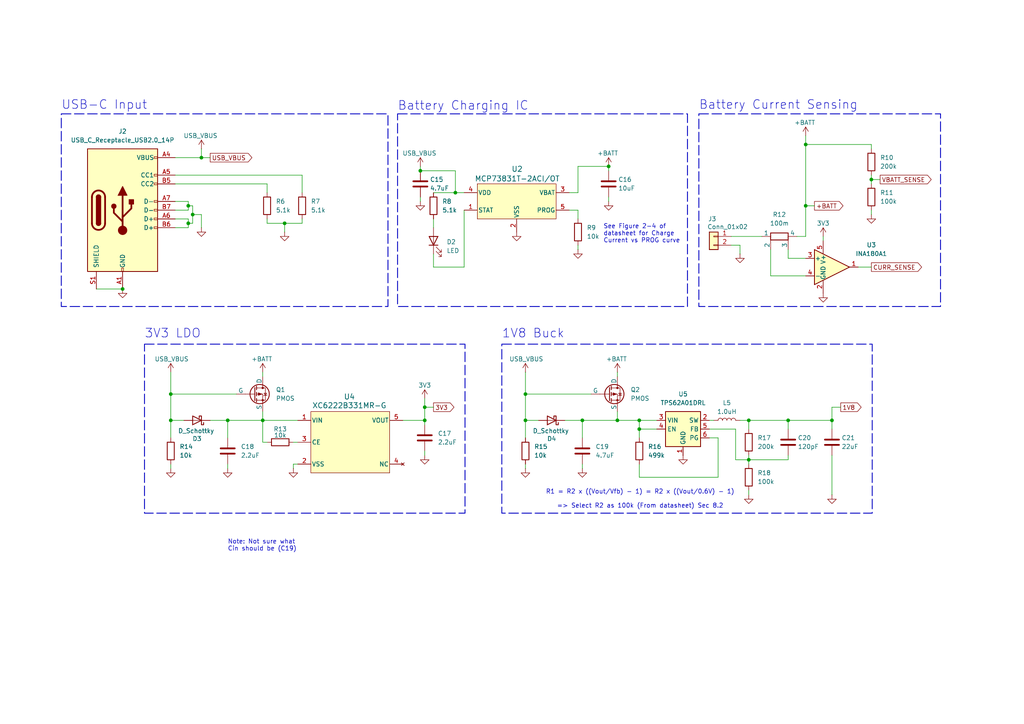
<source format=kicad_sch>
(kicad_sch (version 20250114) (generator "eeschema") (generator_version "9.0")
  (paper "A4")
  (lib_symbols
    (symbol "Amplifier_Current:INA180A1" (pin_names (offset 0.127))
      (property "Reference" "U" (at 3.81 3.81 0))
      (property "Value" "INA180A1" (at 3.81 -2.54 0))
      (symbol "INA180A1_0_1"
        (polyline (pts (xy 5.08 0) (xy -5.08 5.08) (xy -5.08 -5.08) (xy 5.08 0)) (stroke (width 0.254)) (fill (type background)))
      )
      (symbol "INA180A1_1_1"
        (pin input line (at -7.62 2.54 0) (length 2.54) (name "+") (number "3"))
        (pin input line (at -7.62 -2.54 0) (length 2.54) (name "-") (number "4"))
        (pin power_in line (at -2.54 7.62 270) (length 3.81) (name "V+") (number "5"))
        (pin power_in line (at -2.54 -7.62 90) (length 3.81) (name "GND") (number "2"))
        (pin output line (at 7.62 0 180) (length 2.54) (name "~") (number "1"))
      )
    )
    (symbol "Battery Manager:MCP73831T-2ACI_OT" (pin_names (offset 0.254))
      (property "Reference" "U" (at 15.24 6.35 0))
      (property "Value" "MCP73831T-2ACI/OT" (at 14.986 3.81 0))
      (symbol "MCP73831T-2ACI_OT_0_1"
        (rectangle (start 3.81 2.54) (end 26.67 -7.62) (fill (type background)))
        (pin unspecified line (at 0 0 0) (length 3.81) (name "VDD") (number "4"))
        (pin unspecified line (at 0 -5.08 0) (length 3.81) (name "STAT") (number "1"))
        (pin unspecified line (at 15.24 -11.43 90) (length 3.81) (name "VSS") (number "2"))
        (pin unspecified line (at 30.48 0 180) (length 3.81) (name "VBAT") (number "3"))
        (pin unspecified line (at 30.48 -5.08 180) (length 3.81) (name "PROG") (number "5"))
      )
    )
    (symbol "Connector:USB_C_Receptacle_USB2.0_14P" (pin_names (offset 1.016))
      (property "Reference" "J" (at 0 22.225 0))
      (property "Value" "USB_C_Receptacle_USB2.0_14P" (at 0 19.685 0))
      (symbol "USB_C_Receptacle_USB2.0_14P_0_0"
        (rectangle (start -0.254 -17.78) (end 0.254 -16.764))
        (rectangle (start 10.16 15.494) (end 9.144 14.986))
        (rectangle (start 10.16 10.414) (end 9.144 9.906))
        (rectangle (start 10.16 7.874) (end 9.144 7.366))
        (rectangle (start 10.16 2.794) (end 9.144 2.286))
        (rectangle (start 10.16 0.254) (end 9.144 -0.254))
        (rectangle (start 10.16 -2.286) (end 9.144 -2.794))
        (rectangle (start 10.16 -4.826) (end 9.144 -5.334))
      )
      (symbol "USB_C_Receptacle_USB2.0_14P_0_1"
        (rectangle (start -10.16 17.78) (end 10.16 -17.78) (stroke (width 0.254)) (fill (type background)))
        (polyline (pts (xy -8.89 -3.81) (xy -8.89 3.81)) (stroke (width 0.508)))
        (rectangle (start -7.62 -3.81) (end -6.35 3.81) (stroke (width 0.254)) (fill (type outline)))
        (arc (start -7.62 3.81) (mid -6.985 4.4423) (end -6.35 3.81) (stroke (width 0.254)))
        (arc (start -7.62 3.81) (mid -6.985 4.4423) (end -6.35 3.81) (stroke (width 0.254)) (fill (type outline)))
        (arc (start -8.89 3.81) (mid -6.985 5.7067) (end -5.08 3.81) (stroke (width 0.508)))
        (arc (start -5.08 -3.81) (mid -6.985 -5.7067) (end -8.89 -3.81) (stroke (width 0.508)))
        (arc (start -6.35 -3.81) (mid -6.985 -4.4423) (end -7.62 -3.81) (stroke (width 0.254)))
        (arc (start -6.35 -3.81) (mid -6.985 -4.4423) (end -7.62 -3.81) (stroke (width 0.254)) (fill (type outline)))
        (polyline (pts (xy -5.08 3.81) (xy -5.08 -3.81)) (stroke (width 0.508)))
        (circle (center -2.54 1.143) (radius 0.635) (stroke (width 0.254)) (fill (type outline)))
        (polyline (pts (xy -1.27 4.318) (xy 0 6.858) (xy 1.27 4.318) (xy -1.27 4.318)) (stroke (width 0.254)) (fill (type outline)))
        (polyline (pts (xy 0 -2.032) (xy 2.54 0.508) (xy 2.54 1.778)) (stroke (width 0.508)))
        (polyline (pts (xy 0 -3.302) (xy -2.54 -0.762) (xy -2.54 0.508)) (stroke (width 0.508)))
        (polyline (pts (xy 0 -5.842) (xy 0 4.318)) (stroke (width 0.508)))
        (circle (center 0 -5.842) (radius 1.27) (fill (type outline)))
        (rectangle (start 1.905 1.778) (end 3.175 3.048) (stroke (width 0.254)) (fill (type outline)))
      )
      (symbol "USB_C_Receptacle_USB2.0_14P_1_1"
        (pin passive line (at -7.62 -22.86 90) (length 5.08) (name "SHIELD") (number "S1"))
        (pin passive line (at 0 -22.86 90) (length 5.08) (name "GND") (number "A1"))
        (pin passive line (at 0 -22.86 90) (length 5.08) (hide yes) (name "GND") (number "A12"))
        (pin passive line (at 0 -22.86 90) (length 5.08) (hide yes) (name "GND") (number "B1"))
        (pin passive line (at 0 -22.86 90) (length 5.08) (hide yes) (name "GND") (number "B12"))
        (pin passive line (at 15.24 15.24 180) (length 5.08) (name "VBUS") (number "A4"))
        (pin passive line (at 15.24 15.24 180) (length 5.08) (hide yes) (name "VBUS") (number "A9"))
        (pin passive line (at 15.24 15.24 180) (length 5.08) (hide yes) (name "VBUS") (number "B4"))
        (pin passive line (at 15.24 15.24 180) (length 5.08) (hide yes) (name "VBUS") (number "B9"))
        (pin bidirectional line (at 15.24 10.16 180) (length 5.08) (name "CC1") (number "A5"))
        (pin bidirectional line (at 15.24 7.62 180) (length 5.08) (name "CC2") (number "B5"))
        (pin bidirectional line (at 15.24 2.54 180) (length 5.08) (name "D-") (number "A7"))
        (pin bidirectional line (at 15.24 0 180) (length 5.08) (name "D-") (number "B7"))
        (pin bidirectional line (at 15.24 -2.54 180) (length 5.08) (name "D+") (number "A6"))
        (pin bidirectional line (at 15.24 -5.08 180) (length 5.08) (name "D+") (number "B6"))
      )
    )
    (symbol "Connector_Generic:Conn_01x02" (pin_names (offset 1.016) (hide yes))
      (property "Reference" "J" (at 0 2.54 0))
      (property "Value" "Conn_01x02" (at 0 -5.08 0))
      (symbol "Conn_01x02_1_1"
        (rectangle (start -1.27 1.27) (end 1.27 -3.81) (stroke (width 0.254)) (fill (type background)))
        (rectangle (start -1.27 0.127) (end 0 -0.127) (stroke (width 0.1524)))
        (rectangle (start -1.27 -2.413) (end 0 -2.667) (stroke (width 0.1524)))
        (pin passive line (at -5.08 0 0) (length 3.81) (name "Pin_1") (number "1"))
        (pin passive line (at -5.08 -2.54 0) (length 3.81) (name "Pin_2") (number "2"))
      )
    )
    (symbol "Device:C" (pin_numbers (hide yes)) (pin_names (offset 0.254))
      (property "Reference" "C" (at 0.635 2.54 0))
      (property "Value" "C" (at 0.635 -2.54 0))
      (symbol "C_0_1"
        (polyline (pts (xy -2.032 0.762) (xy 2.032 0.762)) (stroke (width 0.508)))
        (polyline (pts (xy -2.032 -0.762) (xy 2.032 -0.762)) (stroke (width 0.508)))
      )
      (symbol "C_1_1"
        (pin passive line (at 0 3.81 270) (length 2.794) (name "~") (number "1"))
        (pin passive line (at 0 -3.81 90) (length 2.794) (name "~") (number "2"))
      )
    )
    (symbol "Device:D_Schottky" (pin_numbers (hide yes)) (pin_names (offset 1.016) (hide yes))
      (property "Reference" "D" (at 0 2.54 0))
      (property "Value" "D_Schottky" (at 0 -2.54 0))
      (symbol "D_Schottky_0_1"
        (polyline (pts (xy -1.905 0.635) (xy -1.905 1.27) (xy -1.27 1.27) (xy -1.27 -1.27) (xy -0.635 -1.27) (xy -0.635 -0.635)) (stroke (width 0.254)))
        (polyline (pts (xy 1.27 1.27) (xy 1.27 -1.27) (xy -1.27 0) (xy 1.27 1.27)) (stroke (width 0.254)))
        (polyline (pts (xy 1.27 0) (xy -1.27 0)))
      )
      (symbol "D_Schottky_1_1"
        (pin passive line (at -3.81 0 0) (length 2.54) (name "K") (number "1"))
        (pin passive line (at 3.81 0 180) (length 2.54) (name "A") (number "2"))
      )
    )
    (symbol "Device:L" (pin_numbers (hide yes)) (pin_names (offset 1.016) (hide yes))
      (property "Reference" "L" (at -1.27 0 90))
      (property "Value" "L" (at 1.905 0 90))
      (symbol "L_0_1"
        (arc (start 0 2.54) (mid 0.6323 1.905) (end 0 1.27))
        (arc (start 0 1.27) (mid 0.6323 0.635) (end 0 0))
        (arc (start 0 0) (mid 0.6323 -0.635) (end 0 -1.27))
        (arc (start 0 -1.27) (mid 0.6323 -1.905) (end 0 -2.54))
      )
      (symbol "L_1_1"
        (pin passive line (at 0 3.81 270) (length 1.27) (name "1") (number "1"))
        (pin passive line (at 0 -3.81 90) (length 1.27) (name "2") (number "2"))
      )
    )
    (symbol "Device:LED" (pin_numbers (hide yes)) (pin_names (offset 1.016) (hide yes))
      (property "Reference" "D" (at 0 2.54 0))
      (property "Value" "LED" (at 0 -2.54 0))
      (symbol "LED_0_1"
        (polyline (pts (xy -3.048 -0.762) (xy -4.572 -2.286) (xy -3.81 -2.286) (xy -4.572 -2.286) (xy -4.572 -1.524)))
        (polyline (pts (xy -1.778 -0.762) (xy -3.302 -2.286) (xy -2.54 -2.286) (xy -3.302 -2.286) (xy -3.302 -1.524)))
        (polyline (pts (xy -1.27 0) (xy 1.27 0)))
        (polyline (pts (xy -1.27 -1.27) (xy -1.27 1.27)) (stroke (width 0.254)))
        (polyline (pts (xy 1.27 -1.27) (xy 1.27 1.27) (xy -1.27 0) (xy 1.27 -1.27)) (stroke (width 0.254)))
      )
      (symbol "LED_1_1"
        (pin passive line (at -3.81 0 0) (length 2.54) (name "K") (number "1"))
        (pin passive line (at 3.81 0 180) (length 2.54) (name "A") (number "2"))
      )
    )
    (symbol "Device:R" (pin_numbers (hide yes)) (pin_names (offset 0))
      (property "Reference" "R" (at 2.032 0 90))
      (property "Value" "R" (at 0 0 90))
      (symbol "R_0_1"
        (rectangle (start -1.016 -2.54) (end 1.016 2.54) (stroke (width 0.254)))
      )
      (symbol "R_1_1"
        (pin passive line (at 0 3.81 270) (length 1.27) (name "~") (number "1"))
        (pin passive line (at 0 -3.81 90) (length 1.27) (name "~") (number "2"))
      )
    )
    (symbol "Device:R_Shunt" (pin_numbers (hide yes)) (pin_names (offset 0))
      (property "Reference" "R" (at -4.445 0 90))
      (property "Value" "R_Shunt" (at -2.54 0 90))
      (symbol "R_Shunt_0_1"
        (rectangle (start -1.016 -2.54) (end 1.016 2.54) (stroke (width 0.254)))
        (polyline (pts (xy 0 -2.54) (xy 1.27 -2.54)))
        (polyline (pts (xy 1.27 2.54) (xy 0 2.54)))
      )
      (symbol "R_Shunt_1_1"
        (pin passive line (at 0 5.08 270) (length 2.54) (name "1") (number "1"))
        (pin passive line (at 0 -5.08 90) (length 2.54) (name "4") (number "4"))
        (pin passive line (at 3.81 2.54 180) (length 2.54) (name "2") (number "2"))
        (pin passive line (at 3.81 -2.54 180) (length 2.54) (name "3") (number "3"))
      )
    )
    (symbol "LDO:XC6222B331MR-G" (pin_names (offset 0.254))
      (property "Reference" "U" (at 18.796 6.604 0))
      (property "Value" "XC6222B331MR-G" (at 19.304 4.064 0))
      (symbol "XC6222B331MR-G_0_1"
        (rectangle (start 7.62 2.54) (end 30.48 -15.24) (fill (type background)))
        (pin power_in line (at 3.81 0 0) (length 3.81) (name "VIN") (number "1"))
        (pin unspecified line (at 3.81 -6.35 0) (length 3.81) (name "CE") (number "3"))
        (pin power_out line (at 3.81 -12.7 0) (length 3.81) (name "VSS") (number "2"))
        (pin output line (at 34.29 0 180) (length 3.81) (name "VOUT") (number "5"))
        (pin no_connect line (at 34.29 -12.7 180) (length 3.81) (name "NC") (number "4"))
      )
    )
    (symbol "Regulator_Switching:TPS62A01DRL"
      (property "Reference" "U" (at -5.08 6.35 0))
      (property "Value" "TPS62A01DRL" (at 0 6.35 0))
      (symbol "TPS62A01DRL_0_1"
        (rectangle (start -5.08 5.08) (end 5.08 -5.08) (stroke (width 0.254)) (fill (type background)))
      )
      (symbol "TPS62A01DRL_1_1"
        (pin power_in line (at -7.62 2.54 0) (length 2.54) (name "VIN") (number "3"))
        (pin input line (at -7.62 0 0) (length 2.54) (name "EN") (number "4"))
        (pin power_in line (at 0 -7.62 90) (length 2.54) (name "GND") (number "1"))
        (pin power_out line (at 7.62 2.54 180) (length 2.54) (name "SW") (number "2"))
        (pin input line (at 7.62 0 180) (length 2.54) (name "FB") (number "5"))
        (pin open_collector line (at 7.62 -2.54 180) (length 2.54) (name "PG") (number "6"))
      )
    )
    (symbol "Simulation_SPICE:PMOS" (pin_numbers (hide yes)) (pin_names (offset 0))
      (property "Reference" "Q" (at 5.08 1.27 0))
      (property "Value" "PMOS" (at 5.08 -1.27 0))
      (symbol "PMOS_0_1"
        (polyline (pts (xy 0.254 1.905) (xy 0.254 -1.905)) (stroke (width 0.254)))
        (polyline (pts (xy 0.254 0) (xy -2.54 0)))
        (polyline (pts (xy 0.762 2.286) (xy 0.762 1.27)) (stroke (width 0.254)))
        (polyline (pts (xy 0.762 1.778) (xy 3.302 1.778) (xy 3.302 -1.778) (xy 0.762 -1.778)))
        (polyline (pts (xy 0.762 0.508) (xy 0.762 -0.508)) (stroke (width 0.254)))
        (polyline (pts (xy 0.762 -1.27) (xy 0.762 -2.286)) (stroke (width 0.254)))
        (circle (center 1.651 0) (radius 2.794) (stroke (width 0.254)))
        (polyline (pts (xy 2.286 0) (xy 1.27 0.381) (xy 1.27 -0.381) (xy 2.286 0)) (fill (type outline)))
        (polyline (pts (xy 2.54 2.54) (xy 2.54 1.778)))
        (circle (center 2.54 1.778) (radius 0.254) (fill (type outline)))
        (circle (center 2.54 -1.778) (radius 0.254) (fill (type outline)))
        (polyline (pts (xy 2.54 -2.54) (xy 2.54 0) (xy 0.762 0)))
        (polyline (pts (xy 2.794 -0.508) (xy 2.921 -0.381) (xy 3.683 -0.381) (xy 3.81 -0.254)))
        (polyline (pts (xy 3.302 -0.381) (xy 2.921 0.254) (xy 3.683 0.254) (xy 3.302 -0.381)))
      )
      (symbol "PMOS_1_1"
        (pin input line (at -5.08 0 0) (length 2.54) (name "G") (number "2"))
        (pin passive line (at 2.54 5.08 270) (length 2.54) (name "D") (number "1"))
        (pin passive line (at 2.54 -5.08 90) (length 2.54) (name "S") (number "3"))
      )
    )
    (symbol "power:+3V3" (power) (pin_numbers (hide yes)) (pin_names (offset 0) (hide yes))
      (property "Value" "+3V3" (at 0 3.556 0))
      (symbol "+3V3_0_1"
        (polyline (pts (xy -0.762 1.27) (xy 0 2.54)))
        (polyline (pts (xy 0 2.54) (xy 0.762 1.27)))
        (polyline (pts (xy 0 0) (xy 0 2.54)))
      )
      (symbol "+3V3_1_1"
        (pin power_in line (at 0 0 90) (length 0) (name "~") (number "1"))
      )
    )
    (symbol "power:GND" (power) (pin_numbers (hide yes)) (pin_names (offset 0) (hide yes))
      (property "Value" "GND" (at 0 -3.81 0))
      (symbol "GND_0_1"
        (polyline (pts (xy 0 0) (xy 0 -1.27) (xy 1.27 -1.27) (xy 0 -2.54) (xy -1.27 -1.27) (xy 0 -1.27)))
      )
      (symbol "GND_1_1"
        (pin power_in line (at 0 0 270) (length 0) (name "~") (number "1"))
      )
    )
    (symbol "power:VDD" (power) (pin_numbers (hide yes)) (pin_names (offset 0) (hide yes))
      (property "Value" "VDD" (at 0 3.556 0))
      (symbol "VDD_0_1"
        (polyline (pts (xy -0.762 1.27) (xy 0 2.54)))
        (polyline (pts (xy 0 2.54) (xy 0.762 1.27)))
        (polyline (pts (xy 0 0) (xy 0 2.54)))
      )
      (symbol "VDD_1_1"
        (pin power_in line (at 0 0 90) (length 0) (name "~") (number "1"))
      )
    )
  )
  (rectangle (start 41.91 99.822) (end 134.874 148.844) (stroke (width 0.254) (type dash)))
  (rectangle (start 115.316 33.02) (end 199.39 88.9) (stroke (width 0.254) (type dash)))
  (rectangle (start 145.542 99.822) (end 252.984 148.844) (stroke (width 0.254) (type dash)))
  (rectangle (start 17.78 33.02) (end 112.522 88.9) (stroke (width 0.254) (type dash)))
  (rectangle (start 202.692 33.02) (end 272.796 88.9) (stroke (width 0.254) (type dash)))
  (text "R1 = R2 x ((Vout/Vfb) - 1) = R2 x ((Vout/0.6V) - 1)\n\n=> Select R2 as 100k (From datasheet) Sec 8.2" (at 185.674 144.78 0) (effects (font (size 1.27 1.27))))
  (text "Note: Not sure what\nCin should be (C19)" (at 66.04 158.242 0) (effects (font (size 1.27 1.27)) (justify left)))
  (text "See Figure 2-4 of\ndatasheet for Charge\nCurrent vs PROG curve" (at 175.006 67.818 0) (effects (font (size 1.27 1.27)) (justify left)))
  (text "3V3 LDO" (at 41.91 98.298 0) (effects (font (size 2.54 2.54)) (justify left bottom)))
  (text "1V8 Buck" (at 145.542 98.298 0) (effects (font (size 2.54 2.54)) (justify left bottom)))
  (text "Battery Current Sensing" (at 202.692 32.004 0) (effects (font (size 2.54 2.54)) (justify left bottom)))
  (text "USB-C Input" (at 17.78 32.004 0) (effects (font (size 2.54 2.54)) (justify left bottom)))
  (text "Battery Charging IC" (at 115.316 32.258 0) (effects (font (size 2.54 2.54)) (justify left bottom)))
  (junction (at 152.4 114.3))
  (junction (at 217.17 133.35))
  (junction (at 54.61 64.77))
  (junction (at 66.04 121.92))
  (junction (at 54.61 59.69))
  (junction (at 176.53 48.26))
  (junction (at 76.2 121.92))
  (junction (at 121.92 49.53))
  (junction (at 132.08 55.88))
  (junction (at 123.19 121.92))
  (junction (at 49.53 121.92))
  (junction (at 233.68 41.91))
  (junction (at 168.91 121.92))
  (junction (at 35.56 83.82))
  (junction (at 152.4 121.92))
  (junction (at 233.68 59.69))
  (junction (at 82.55 64.77))
  (junction (at 123.19 118.11))
  (junction (at 241.3 121.92))
  (junction (at 185.42 121.92))
  (junction (at 49.53 114.3))
  (junction (at 228.6 121.92))
  (junction (at 252.73 52.07))
  (junction (at 179.07 121.92))
  (junction (at 58.42 45.72))
  (junction (at 185.42 124.46))
  (junction (at 55.88 62.23))
  (junction (at 217.17 121.92))
  (wire (pts (xy 58.42 62.23) (xy 58.42 66.04)))
  (wire (pts (xy 165.1 60.96) (xy 167.64 60.96)))
  (wire (pts (xy 55.88 64.77) (xy 54.61 64.77)))
  (wire (pts (xy 77.47 64.77) (xy 82.55 64.77)))
  (wire (pts (xy 228.6 133.35) (xy 228.6 132.08)))
  (wire (pts (xy 238.76 68.58) (xy 238.76 69.85)))
  (wire (pts (xy 58.42 45.72) (xy 58.42 43.18)))
  (wire (pts (xy 82.55 64.77) (xy 87.63 64.77)))
  (wire (pts (xy 185.42 121.92) (xy 190.5 121.92)))
  (wire (pts (xy 54.61 59.69) (xy 54.61 60.96)))
  (wire (pts (xy 66.04 121.92) (xy 66.04 127)))
  (wire (pts (xy 228.6 74.93) (xy 233.68 74.93)))
  (wire (pts (xy 233.68 59.69) (xy 236.22 59.69)))
  (wire (pts (xy 176.53 48.26) (xy 176.53 49.53)))
  (wire (pts (xy 185.42 134.62) (xy 185.42 138.43)))
  (wire (pts (xy 205.74 124.46) (xy 213.36 124.46)))
  (wire (pts (xy 228.6 121.92) (xy 228.6 124.46)))
  (wire (pts (xy 123.19 118.11) (xy 123.19 121.92)))
  (wire (pts (xy 241.3 132.08) (xy 241.3 143.51)))
  (wire (pts (xy 50.8 53.34) (xy 77.47 53.34)))
  (wire (pts (xy 123.19 115.57) (xy 123.19 118.11)))
  (wire (pts (xy 241.3 118.11) (xy 243.84 118.11)))
  (wire (pts (xy 123.19 118.11) (xy 125.73 118.11)))
  (wire (pts (xy 179.07 107.95) (xy 179.07 109.22)))
  (wire (pts (xy 213.36 124.46) (xy 213.36 133.35)))
  (wire (pts (xy 50.8 45.72) (xy 58.42 45.72)))
  (wire (pts (xy 76.2 128.27) (xy 77.47 128.27)))
  (wire (pts (xy 76.2 121.92) (xy 86.36 121.92)))
  (wire (pts (xy 85.09 134.62) (xy 85.09 135.89)))
  (wire (pts (xy 49.53 121.92) (xy 53.34 121.92)))
  (wire (pts (xy 66.04 121.92) (xy 76.2 121.92)))
  (wire (pts (xy 214.63 71.12) (xy 214.63 73.66)))
  (wire (pts (xy 132.08 55.88) (xy 134.62 55.88)))
  (wire (pts (xy 87.63 50.8) (xy 87.63 55.88)))
  (wire (pts (xy 252.73 50.8) (xy 252.73 52.07)))
  (wire (pts (xy 82.55 64.77) (xy 82.55 67.31)))
  (wire (pts (xy 152.4 114.3) (xy 171.45 114.3)))
  (wire (pts (xy 55.88 59.69) (xy 55.88 62.23)))
  (wire (pts (xy 212.09 71.12) (xy 214.63 71.12)))
  (wire (pts (xy 49.53 107.95) (xy 49.53 114.3)))
  (wire (pts (xy 217.17 121.92) (xy 217.17 124.46)))
  (wire (pts (xy 217.17 132.08) (xy 217.17 133.35)))
  (wire (pts (xy 27.94 83.82) (xy 35.56 83.82)))
  (wire (pts (xy 231.14 68.58) (xy 233.68 68.58)))
  (wire (pts (xy 233.68 41.91) (xy 233.68 59.69)))
  (wire (pts (xy 167.64 48.26) (xy 176.53 48.26)))
  (wire (pts (xy 125.73 73.66) (xy 125.73 77.47)))
  (wire (pts (xy 252.73 52.07) (xy 255.27 52.07)))
  (wire (pts (xy 50.8 50.8) (xy 87.63 50.8)))
  (wire (pts (xy 167.64 60.96) (xy 167.64 63.5)))
  (wire (pts (xy 54.61 59.69) (xy 55.88 59.69)))
  (wire (pts (xy 241.3 121.92) (xy 241.3 124.46)))
  (wire (pts (xy 125.73 63.5) (xy 125.73 66.04)))
  (wire (pts (xy 152.4 121.92) (xy 156.21 121.92)))
  (wire (pts (xy 58.42 45.72) (xy 60.96 45.72)))
  (wire (pts (xy 228.6 121.92) (xy 241.3 121.92)))
  (wire (pts (xy 85.09 128.27) (xy 86.36 128.27)))
  (wire (pts (xy 76.2 121.92) (xy 76.2 119.38)))
  (wire (pts (xy 233.68 41.91) (xy 252.73 41.91)))
  (wire (pts (xy 121.92 48.26) (xy 121.92 49.53)))
  (wire (pts (xy 212.09 68.58) (xy 220.98 68.58)))
  (wire (pts (xy 55.88 62.23) (xy 55.88 64.77)))
  (wire (pts (xy 217.17 142.24) (xy 217.17 143.51)))
  (wire (pts (xy 252.73 52.07) (xy 252.73 53.34)))
  (wire (pts (xy 179.07 121.92) (xy 179.07 119.38)))
  (wire (pts (xy 190.5 124.46) (xy 185.42 124.46)))
  (wire (pts (xy 50.8 58.42) (xy 54.61 58.42)))
  (wire (pts (xy 167.64 55.88) (xy 167.64 48.26)))
  (wire (pts (xy 49.53 114.3) (xy 49.53 121.92)))
  (wire (pts (xy 214.63 121.92) (xy 217.17 121.92)))
  (wire (pts (xy 152.4 107.95) (xy 152.4 114.3)))
  (wire (pts (xy 125.73 55.88) (xy 132.08 55.88)))
  (wire (pts (xy 134.62 77.47) (xy 134.62 60.96)))
  (wire (pts (xy 125.73 77.47) (xy 134.62 77.47)))
  (wire (pts (xy 168.91 121.92) (xy 179.07 121.92)))
  (wire (pts (xy 123.19 121.92) (xy 123.19 123.19)))
  (wire (pts (xy 55.88 62.23) (xy 58.42 62.23)))
  (wire (pts (xy 185.42 124.46) (xy 185.42 121.92)))
  (wire (pts (xy 205.74 127) (xy 208.28 127)))
  (wire (pts (xy 50.8 63.5) (xy 54.61 63.5)))
  (wire (pts (xy 77.47 53.34) (xy 77.47 55.88)))
  (wire (pts (xy 49.53 134.62) (xy 49.53 135.89)))
  (wire (pts (xy 205.74 121.92) (xy 207.01 121.92)))
  (wire (pts (xy 252.73 60.96) (xy 252.73 62.23)))
  (wire (pts (xy 76.2 121.92) (xy 76.2 128.27)))
  (wire (pts (xy 152.4 134.62) (xy 152.4 135.89)))
  (wire (pts (xy 116.84 121.92) (xy 123.19 121.92)))
  (wire (pts (xy 163.83 121.92) (xy 168.91 121.92)))
  (wire (pts (xy 152.4 121.92) (xy 152.4 127)))
  (wire (pts (xy 223.52 72.39) (xy 223.52 80.01)))
  (wire (pts (xy 252.73 43.18) (xy 252.73 41.91)))
  (wire (pts (xy 86.36 134.62) (xy 85.09 134.62)))
  (wire (pts (xy 176.53 57.15) (xy 176.53 58.42)))
  (wire (pts (xy 121.92 57.15) (xy 121.92 58.42)))
  (wire (pts (xy 179.07 121.92) (xy 185.42 121.92)))
  (wire (pts (xy 217.17 121.92) (xy 228.6 121.92)))
  (wire (pts (xy 185.42 138.43) (xy 208.28 138.43)))
  (wire (pts (xy 241.3 118.11) (xy 241.3 121.92)))
  (wire (pts (xy 213.36 133.35) (xy 217.17 133.35)))
  (wire (pts (xy 123.19 130.81) (xy 123.19 132.08)))
  (wire (pts (xy 54.61 58.42) (xy 54.61 59.69)))
  (wire (pts (xy 76.2 107.95) (xy 76.2 109.22)))
  (wire (pts (xy 54.61 64.77) (xy 54.61 66.04)))
  (wire (pts (xy 168.91 121.92) (xy 168.91 127)))
  (wire (pts (xy 223.52 80.01) (xy 233.68 80.01)))
  (wire (pts (xy 165.1 55.88) (xy 167.64 55.88)))
  (wire (pts (xy 49.53 121.92) (xy 49.53 127)))
  (wire (pts (xy 87.63 64.77) (xy 87.63 63.5)))
  (wire (pts (xy 217.17 133.35) (xy 217.17 134.62)))
  (wire (pts (xy 50.8 60.96) (xy 54.61 60.96)))
  (wire (pts (xy 121.92 49.53) (xy 132.08 49.53)))
  (wire (pts (xy 50.8 66.04) (xy 54.61 66.04)))
  (wire (pts (xy 248.92 77.47) (xy 252.73 77.47)))
  (wire (pts (xy 152.4 114.3) (xy 152.4 121.92)))
  (wire (pts (xy 217.17 133.35) (xy 228.6 133.35)))
  (wire (pts (xy 49.53 114.3) (xy 68.58 114.3)))
  (wire (pts (xy 233.68 59.69) (xy 233.68 68.58)))
  (wire (pts (xy 60.96 121.92) (xy 66.04 121.92)))
  (wire (pts (xy 167.64 72.39) (xy 167.64 71.12)))
  (wire (pts (xy 77.47 63.5) (xy 77.47 64.77)))
  (wire (pts (xy 185.42 124.46) (xy 185.42 127)))
  (wire (pts (xy 168.91 134.62) (xy 168.91 135.89)))
  (wire (pts (xy 66.04 134.62) (xy 66.04 135.89)))
  (wire (pts (xy 132.08 49.53) (xy 132.08 55.88)))
  (wire (pts (xy 208.28 127) (xy 208.28 138.43)))
  (wire (pts (xy 54.61 63.5) (xy 54.61 64.77)))
  (wire (pts (xy 233.68 39.37) (xy 233.68 41.91)))
  (wire (pts (xy 228.6 72.39) (xy 228.6 74.93)))
  (global_label "VBATT_SENSE" (shape output) (at 255.27 52.07 0) (property "Intersheetrefs" "${INTERSHEET_REFS}" (effects (hide yes))))
  (global_label "1V8" (shape output) (at 243.84 118.11 0) (property "Intersheetrefs" "${INTERSHEET_REFS}" (effects (hide yes))))
  (global_label "CURR_SENSE" (shape output) (at 252.73 77.47 0) (property "Intersheetrefs" "${INTERSHEET_REFS}" (effects (hide yes))))
  (global_label "USB_VBUS" (shape output) (at 60.96 45.72 0) (property "Intersheetrefs" "${INTERSHEET_REFS}" (effects (hide yes))))
  (global_label "+BATT" (shape output) (at 236.22 59.69 0) (property "Intersheetrefs" "${INTERSHEET_REFS}" (effects (hide yes))))
  (global_label "3V3" (shape output) (at 125.73 118.11 0) (property "Intersheetrefs" "${INTERSHEET_REFS}" (effects (hide yes))))
  (symbol (lib_id "power:GND") (at 121.92 58.42 0) (unit 1)
    (property "Reference" "#PWR?" (effects (hide yes)))
    (property "Value" "GND" (effects (hide yes)))
    (property "Description" "Power symbol creates a global label with name \"GND\" , ground" (effects (hide yes)))
  )
  (symbol (lib_id "Device:R_Shunt") (at 226.06 68.58 90) (mirror x) (unit 1)
    (property "Reference" "R12" (at 226.06 62.23 90))
    (property "Value" "100m" (at 226.06 64.77 90))
    (property "Description" "Shunt resistor" (effects (hide yes)))
  )
  (symbol (lib_id "Device:R") (at 87.63 59.69 0) (unit 1)
    (property "Reference" "R7" (at 90.17 58.4199 0) (effects (justify left)))
    (property "Value" "5.1k" (at 90.17 60.9599 0) (effects (justify left)))
    (property "Description" "Resistor" (effects (hide yes)))
  )
  (symbol (lib_id "Connector_Generic:Conn_01x02") (at 207.01 68.58 0) (mirror y) (unit 1)
    (property "Reference" "J3" (at 207.772 63.5 0) (effects (justify left)))
    (property "Value" "Conn_01x02" (at 216.916 65.786 0) (effects (justify left)))
    (property "Description" "Generic connector, single row, 01x02, script generated (kicad-library-utils/schlib/autogen/connector/)" (effects (hide yes)))
  )
  (symbol (lib_id "Device:C") (at 121.92 53.34 0) (unit 1)
    (property "Reference" "C15" (at 124.714 52.07 0) (effects (justify left)))
    (property "Value" "4.7uF" (at 124.714 54.61 0) (effects (justify left)))
    (property "Description" "Unpolarized capacitor" (effects (hide yes)))
  )
  (symbol (lib_id "Device:C") (at 66.04 130.81 0) (unit 1)
    (property "Reference" "C18" (at 69.85 129.5399 0) (effects (justify left)))
    (property "Value" "2.2uF" (at 69.85 132.0799 0) (effects (justify left)))
    (property "Description" "Unpolarized capacitor" (effects (hide yes)))
  )
  (symbol (lib_id "Device:R") (at 167.64 67.31 0) (unit 1)
    (property "Reference" "R9" (at 170.18 66.0399 0) (effects (justify left)))
    (property "Value" "10k" (at 170.18 68.5799 0) (effects (justify left)))
    (property "Description" "Resistor" (effects (hide yes)))
  )
  (symbol (lib_id "power:GND") (at 176.53 58.42 0) (unit 1)
    (property "Reference" "#PWR?" (effects (hide yes)))
    (property "Value" "GND" (effects (hide yes)))
    (property "Description" "Power symbol creates a global label with name \"GND\" , ground" (effects (hide yes)))
  )
  (symbol (lib_id "power:GND") (at 123.19 132.08 0) (unit 1)
    (property "Reference" "#PWR?" (effects (hide yes)))
    (property "Value" "GND" (effects (hide yes)))
    (property "Description" "Power symbol creates a global label with name \"GND\" , ground" (effects (hide yes)))
  )
  (symbol (lib_id "power:GND") (at 241.3 143.51 0) (unit 1)
    (property "Reference" "#PWR?" (effects (hide yes)))
    (property "Value" "GND" (effects (hide yes)))
    (property "Description" "Power symbol creates a global label with name \"GND\" , ground" (effects (hide yes)))
  )
  (symbol (lib_id "Simulation_SPICE:PMOS") (at 176.53 114.3 0) (unit 1)
    (property "Reference" "Q2" (at 182.88 113.0299 0) (effects (justify left)))
    (property "Value" "PMOS" (at 182.88 115.5699 0) (effects (justify left)))
    (property "Datasheet" "https://ngspice.sourceforge.io/docs/ngspice-html-manual/manual.xhtml#cha_MOSFETs" (effects (hide yes)))
    (property "Description" "P-MOSFET transistor, drain/source/gate" (effects (hide yes)))
    (property "Sim.Device" "PMOS" (effects (hide yes)))
    (property "Sim.Type" "VDMOS" (effects (hide yes)))
    (property "Sim.Pins" "1=D 2=G 3=S" (effects (hide yes)))
  )
  (symbol (lib_id "Device:R") (at 185.42 130.81 0) (unit 1)
    (property "Reference" "R16" (at 187.96 129.5399 0) (effects (justify left)))
    (property "Value" "499k" (at 187.96 132.0799 0) (effects (justify left)))
    (property "Description" "Resistor" (effects (hide yes)))
  )
  (symbol (lib_id "power:GND") (at 58.42 66.04 0) (unit 1)
    (property "Reference" "#PWR029" (effects (hide yes)))
    (property "Value" "GND" (effects (hide yes)))
    (property "Description" "Power symbol creates a global label with name \"GND\" , ground" (effects (hide yes)))
  )
  (symbol (lib_id "Device:L") (at 210.82 121.92 90) (unit 1)
    (property "Reference" "L5" (at 210.82 116.84 90))
    (property "Value" "1.0uH" (at 210.82 119.38 90))
    (property "Description" "Inductor" (effects (hide yes)))
  )
  (symbol (lib_id "Device:R") (at 252.73 57.15 0) (unit 1)
    (property "Reference" "R11" (at 255.27 55.8799 0) (effects (justify left)))
    (property "Value" "100k" (at 255.27 58.4199 0) (effects (justify left)))
    (property "Description" "Resistor" (effects (hide yes)))
  )
  (symbol (lib_id "power:+3V3") (at 121.92 48.26 0) (unit 1)
    (property "Reference" "#PWR?" (effects (hide yes)))
    (property "Value" "USB_VBUS" (at 121.666 44.45 0))
    (property "Description" "Power symbol creates a global label with name \"+3V3\"" (effects (hide yes)))
  )
  (symbol (lib_id "Battery Manager:MCP73831T-2ACI_OT") (at 134.62 55.88 0) (unit 1)
    (property "Reference" "U2" (at 148.336 49.022 0) (effects (font (size 1.524 1.524)) (justify left)))
    (property "Value" "MCP73831T-2ACI/OT" (at 137.668 51.816 0) (effects (font (size 1.524 1.524)) (justify left)))
    (property "Footprint" "SOT-23-5_MC_MCH" (effects (hide yes)))
    (property "Datasheet" "https://ww1.microchip.com/downloads/aemDocuments/documents/APID/ProductDocuments/DataSheets/MCP73831-Family-Data-Sheet-DS20001984H.pdf" (effects (hide yes)))
  )
  (symbol (lib_id "Device:R") (at 77.47 59.69 0) (unit 1)
    (property "Reference" "R6" (at 80.01 58.4199 0) (effects (justify left)))
    (property "Value" "5.1k" (at 80.01 60.9599 0) (effects (justify left)))
    (property "Description" "Resistor" (effects (hide yes)))
  )
  (symbol (lib_id "power:+3V3") (at 233.68 39.37 0) (unit 1)
    (property "Reference" "#PWR?" (effects (hide yes)))
    (property "Value" "+BATT" (at 233.426 35.56 0))
    (property "Description" "Power symbol creates a global label with name \"+3V3\"" (effects (hide yes)))
  )
  (symbol (lib_id "Device:R") (at 152.4 130.81 180) (unit 1)
    (property "Reference" "R15" (at 154.94 129.5399 0) (effects (justify right)))
    (property "Value" "10k" (at 154.94 132.0799 0) (effects (justify right)))
    (property "Description" "Resistor" (effects (hide yes)))
  )
  (symbol (lib_id "Regulator_Switching:TPS62A01DRL") (at 198.12 124.46 0) (unit 1)
    (property "Reference" "U5" (at 198.12 114.3 0))
    (property "Value" "TPS62A01DRL" (at 198.12 116.84 0))
    (property "Footprint" "Package_TO_SOT_SMD:SOT-563" (effects (hide yes)))
    (property "Datasheet" "https://www.ti.com/lit/gpn/tps62a01" (effects (hide yes)))
    (property "Description" "High Efficiency Synchronous Buck Converter, Adjustable Output 0.6V-5.5V, 1A, Power Good, Enable, SOT-563" (effects (hide yes)))
  )
  (symbol (lib_id "Amplifier_Current:INA180A1") (at 241.3 77.47 0) (unit 1)
    (property "Reference" "U3" (at 252.73 71.0498 0))
    (property "Value" "INA180A1" (at 252.73 73.5898 0))
    (property "Footprint" "Package_TO_SOT_SMD:SOT-23-5" (effects (hide yes)))
    (property "Datasheet" "http://www.ti.com/lit/ds/symlink/ina180.pdf" (effects (hide yes)))
    (property "Description" "Current Sense Amplifier, 1 Circuit, Rail-to-Rail, 26V, Gain 20 V/V, SOT-23-5" (effects (hide yes)))
  )
  (symbol (lib_id "power:GND") (at 217.17 143.51 0) (unit 1)
    (property "Reference" "#PWR?" (effects (hide yes)))
    (property "Value" "GND" (effects (hide yes)))
    (property "Description" "Power symbol creates a global label with name \"GND\" , ground" (effects (hide yes)))
  )
  (symbol (lib_id "Device:C") (at 168.91 130.81 0) (unit 1)
    (property "Reference" "C19" (at 172.72 129.5399 0) (effects (justify left)))
    (property "Value" "4.7uF" (at 172.72 132.0799 0) (effects (justify left)))
    (property "Description" "Unpolarized capacitor" (effects (hide yes)))
  )
  (symbol (lib_id "power:VDD") (at 152.4 107.95 0) (unit 1)
    (property "Reference" "#PWR?" (effects (hide yes)))
    (property "Value" "USB_VBUS" (at 152.654 104.14 0))
    (property "Description" "Power symbol creates a global label with name \"VDD\"" (effects (hide yes)))
  )
  (symbol (lib_id "LDO:XC6222B331MR-G") (at 82.55 121.92 0) (unit 1)
    (property "Reference" "U4" (at 101.346 115.062 0) (effects (font (size 1.524 1.524))))
    (property "Value" "XC6222B331MR-G" (at 101.346 117.602 0) (effects (font (size 1.524 1.524))))
    (property "Footprint" "SOT-25_TOR" (effects (hide yes)))
    (property "Datasheet" "https://ww1.microchip.com/downloads/aemDocuments/documents/APID/ProductDocuments/DataSheets/MCP73831-Family-Data-Sheet-DS20001984H.pdf" (effects (hide yes)))
  )
  (symbol (lib_id "power:GND") (at 168.91 135.89 0) (unit 1)
    (property "Reference" "#PWR?" (effects (hide yes)))
    (property "Value" "GND" (effects (hide yes)))
    (property "Description" "Power symbol creates a global label with name \"GND\" , ground" (effects (hide yes)))
  )
  (symbol (lib_id "power:VDD") (at 123.19 115.57 0) (unit 1)
    (property "Reference" "#PWR?" (effects (hide yes)))
    (property "Value" "3V3" (at 123.19 111.76 0))
    (property "Description" "Power symbol creates a global label with name \"VDD\"" (effects (hide yes)))
  )
  (symbol (lib_id "power:GND") (at 35.56 83.82 0) (unit 1)
    (property "Reference" "#PWR?" (effects (hide yes)))
    (property "Value" "GND" (effects (hide yes)))
    (property "Description" "Power symbol creates a global label with name \"GND\" , ground" (effects (hide yes)))
  )
  (symbol (lib_id "Device:C") (at 176.53 53.34 0) (unit 1)
    (property "Reference" "C16" (at 179.324 52.07 0) (effects (justify left)))
    (property "Value" "10uF" (at 179.324 54.61 0) (effects (justify left)))
    (property "Description" "Unpolarized capacitor" (effects (hide yes)))
  )
  (symbol (lib_id "Device:LED") (at 125.73 69.85 90) (unit 1)
    (property "Reference" "D2" (at 129.54 70.1674 90) (effects (justify right)))
    (property "Value" "LED" (at 129.54 72.7074 90) (effects (justify right)))
    (property "Description" "Light emitting diode" (effects (hide yes)))
    (property "Sim.Pins" "1=K 2=A" (effects (hide yes)))
  )
  (symbol (lib_id "power:GND") (at 252.73 62.23 0) (mirror y) (unit 1)
    (property "Reference" "#PWR?" (effects (hide yes)))
    (property "Value" "GND" (effects (hide yes)))
    (property "Description" "Power symbol creates a global label with name \"GND\" , ground" (effects (hide yes)))
  )
  (symbol (lib_id "Device:R") (at 125.73 59.69 0) (unit 1)
    (property "Reference" "R8" (at 128.27 58.4199 0) (effects (justify left)))
    (property "Value" "5.1k" (at 128.27 60.9599 0) (effects (justify left)))
    (property "Description" "Resistor" (effects (hide yes)))
  )
  (symbol (lib_id "power:+3V3") (at 58.42 43.18 0) (unit 1)
    (property "Reference" "#PWR?" (effects (hide yes)))
    (property "Value" "USB_VBUS" (at 58.166 39.37 0))
    (property "Description" "Power symbol creates a global label with name \"+3V3\"" (effects (hide yes)))
  )
  (symbol (lib_id "Device:C") (at 241.3 128.27 0) (unit 1)
    (property "Reference" "C21" (at 244.094 127 0) (effects (justify left)))
    (property "Value" "22uF" (at 244.094 129.54 0) (effects (justify left)))
    (property "Description" "Unpolarized capacitor" (effects (hide yes)))
  )
  (symbol (lib_id "power:GND") (at 66.04 135.89 0) (unit 1)
    (property "Reference" "#PWR?" (effects (hide yes)))
    (property "Value" "GND" (effects (hide yes)))
    (property "Description" "Power symbol creates a global label with name \"GND\" , ground" (effects (hide yes)))
  )
  (symbol (lib_id "power:GND") (at 238.76 85.09 0) (mirror y) (unit 1)
    (property "Reference" "#PWR?" (effects (hide yes)))
    (property "Value" "GND" (effects (hide yes)))
    (property "Description" "Power symbol creates a global label with name \"GND\" , ground" (effects (hide yes)))
  )
  (symbol (lib_id "power:GND") (at 214.63 73.66 0) (mirror y) (unit 1)
    (property "Reference" "#PWR?" (effects (hide yes)))
    (property "Value" "GND" (effects (hide yes)))
    (property "Description" "Power symbol creates a global label with name \"GND\" , ground" (effects (hide yes)))
  )
  (symbol (lib_id "power:VDD") (at 76.2 107.95 0) (unit 1)
    (property "Reference" "#PWR?" (effects (hide yes)))
    (property "Value" "+BATT" (at 75.946 104.14 0))
    (property "Description" "Power symbol creates a global label with name \"VDD\"" (effects (hide yes)))
  )
  (symbol (lib_id "Device:R") (at 217.17 138.43 0) (unit 1)
    (property "Reference" "R18" (at 219.71 137.1599 0) (effects (justify left)))
    (property "Value" "100k" (at 219.71 139.6999 0) (effects (justify left)))
    (property "Description" "Resistor" (effects (hide yes)))
  )
  (symbol (lib_id "power:VDD") (at 49.53 107.95 0) (unit 1)
    (property "Reference" "#PWR?" (effects (hide yes)))
    (property "Value" "USB_VBUS" (at 49.784 104.14 0))
    (property "Description" "Power symbol creates a global label with name \"VDD\"" (effects (hide yes)))
  )
  (symbol (lib_id "Device:C") (at 228.6 128.27 0) (unit 1)
    (property "Reference" "C20" (at 231.394 127 0) (effects (justify left)))
    (property "Value" "120pF" (at 231.394 129.54 0) (effects (justify left)))
    (property "Description" "Unpolarized capacitor" (effects (hide yes)))
  )
  (symbol (lib_id "Device:D_Schottky") (at 57.15 121.92 180) (unit 1)
    (property "Reference" "D3" (at 57.15 127.254 0))
    (property "Value" "D_Schottky" (at 56.896 124.968 0))
    (property "Description" "Schottky diode" (effects (hide yes)))
  )
  (symbol (lib_id "power:GND") (at 85.09 135.89 0) (unit 1)
    (property "Reference" "#PWR?" (effects (hide yes)))
    (property "Value" "GND" (effects (hide yes)))
    (property "Description" "Power symbol creates a global label with name \"GND\" , ground" (effects (hide yes)))
  )
  (symbol (lib_id "power:+3V3") (at 176.53 48.26 0) (unit 1)
    (property "Reference" "#PWR?" (effects (hide yes)))
    (property "Value" "+BATT" (at 176.276 44.45 0))
    (property "Description" "Power symbol creates a global label with name \"+3V3\"" (effects (hide yes)))
  )
  (symbol (lib_id "Connector:USB_C_Receptacle_USB2.0_14P") (at 35.56 60.96 0) (unit 1)
    (property "Reference" "J2" (at 35.56 38.1 0))
    (property "Value" "USB_C_Receptacle_USB2.0_14P" (at 35.56 40.64 0))
    (property "Datasheet" "https://www.usb.org/sites/default/files/documents/usb_type-c.zip" (effects (hide yes)))
    (property "Description" "USB 2.0-only 14P Type-C Receptacle connector" (effects (hide yes)))
  )
  (symbol (lib_id "power:GND") (at 82.55 67.31 0) (unit 1)
    (property "Reference" "#PWR?" (effects (hide yes)))
    (property "Value" "GND" (effects (hide yes)))
    (property "Description" "Power symbol creates a global label with name \"GND\" , ground" (effects (hide yes)))
  )
  (symbol (lib_id "power:GND") (at 49.53 135.89 0) (unit 1)
    (property "Reference" "#PWR?" (effects (hide yes)))
    (property "Value" "GND" (effects (hide yes)))
    (property "Description" "Power symbol creates a global label with name \"GND\" , ground" (effects (hide yes)))
  )
  (symbol (lib_id "power:VDD") (at 238.76 68.58 0) (unit 1)
    (property "Reference" "#PWR?" (effects (hide yes)))
    (property "Value" "3V3" (at 238.76 64.77 0))
    (property "Description" "Power symbol creates a global label with name \"VDD\"" (effects (hide yes)))
  )
  (symbol (lib_id "power:GND") (at 152.4 135.89 0) (unit 1)
    (property "Reference" "#PWR?" (effects (hide yes)))
    (property "Value" "GND" (effects (hide yes)))
    (property "Description" "Power symbol creates a global label with name \"GND\" , ground" (effects (hide yes)))
  )
  (symbol (lib_id "Simulation_SPICE:PMOS") (at 73.66 114.3 0) (unit 1)
    (property "Reference" "Q1" (at 80.01 113.0299 0) (effects (justify left)))
    (property "Value" "PMOS" (at 80.01 115.5699 0) (effects (justify left)))
    (property "Datasheet" "https://ngspice.sourceforge.io/docs/ngspice-html-manual/manual.xhtml#cha_MOSFETs" (effects (hide yes)))
    (property "Description" "P-MOSFET transistor, drain/source/gate" (effects (hide yes)))
    (property "Sim.Device" "PMOS" (effects (hide yes)))
    (property "Sim.Type" "VDMOS" (effects (hide yes)))
    (property "Sim.Pins" "1=D 2=G 3=S" (effects (hide yes)))
  )
  (symbol (lib_id "power:GND") (at 167.64 72.39 0) (unit 1)
    (property "Reference" "#PWR?" (effects (hide yes)))
    (property "Value" "GND" (effects (hide yes)))
    (property "Description" "Power symbol creates a global label with name \"GND\" , ground" (effects (hide yes)))
  )
  (symbol (lib_id "power:VDD") (at 179.07 107.95 0) (unit 1)
    (property "Reference" "#PWR?" (effects (hide yes)))
    (property "Value" "+BATT" (at 178.816 104.14 0))
    (property "Description" "Power symbol creates a global label with name \"VDD\"" (effects (hide yes)))
  )
  (symbol (lib_id "Device:R") (at 81.28 128.27 270) (unit 1)
    (property "Reference" "R13" (at 81.28 124.46 90))
    (property "Value" "10k" (at 81.28 126.238 90))
    (property "Description" "Resistor" (effects (hide yes)))
  )
  (symbol (lib_id "Device:D_Schottky") (at 160.02 121.92 180) (unit 1)
    (property "Reference" "D4" (at 160.02 127.254 0))
    (property "Value" "D_Schottky" (at 159.766 124.968 0))
    (property "Description" "Schottky diode" (effects (hide yes)))
  )
  (symbol (lib_id "power:GND") (at 149.86 67.31 0) (unit 1)
    (property "Reference" "#PWR?" (effects (hide yes)))
    (property "Value" "GND" (effects (hide yes)))
    (property "Description" "Power symbol creates a global label with name \"GND\" , ground" (effects (hide yes)))
  )
  (symbol (lib_id "Device:R") (at 252.73 46.99 0) (unit 1)
    (property "Reference" "R10" (at 255.27 45.7199 0) (effects (justify left)))
    (property "Value" "200k" (at 255.27 48.2599 0) (effects (justify left)))
    (property "Description" "Resistor" (effects (hide yes)))
  )
  (symbol (lib_id "power:GND") (at 198.12 132.08 0) (unit 1)
    (property "Reference" "#PWR?" (effects (hide yes)))
    (property "Value" "GND" (effects (hide yes)))
    (property "Description" "Power symbol creates a global label with name \"GND\" , ground" (effects (hide yes)))
  )
  (symbol (lib_id "Device:R") (at 49.53 130.81 180) (unit 1)
    (property "Reference" "R14" (at 52.07 129.5399 0) (effects (justify right)))
    (property "Value" "10k" (at 52.07 132.0799 0) (effects (justify right)))
    (property "Description" "Resistor" (effects (hide yes)))
  )
  (symbol (lib_id "Device:C") (at 123.19 127 0) (unit 1)
    (property "Reference" "C17" (at 127 125.7299 0) (effects (justify left)))
    (property "Value" "2.2uF" (at 127 128.2699 0) (effects (justify left)))
    (property "Description" "Unpolarized capacitor" (effects (hide yes)))
  )
  (symbol (lib_id "Device:R") (at 217.17 128.27 0) (unit 1)
    (property "Reference" "R17" (at 219.71 126.9999 0) (effects (justify left)))
    (property "Value" "200k" (at 219.71 129.5399 0) (effects (justify left)))
    (property "Description" "Resistor" (effects (hide yes)))
  )
)
</source>
